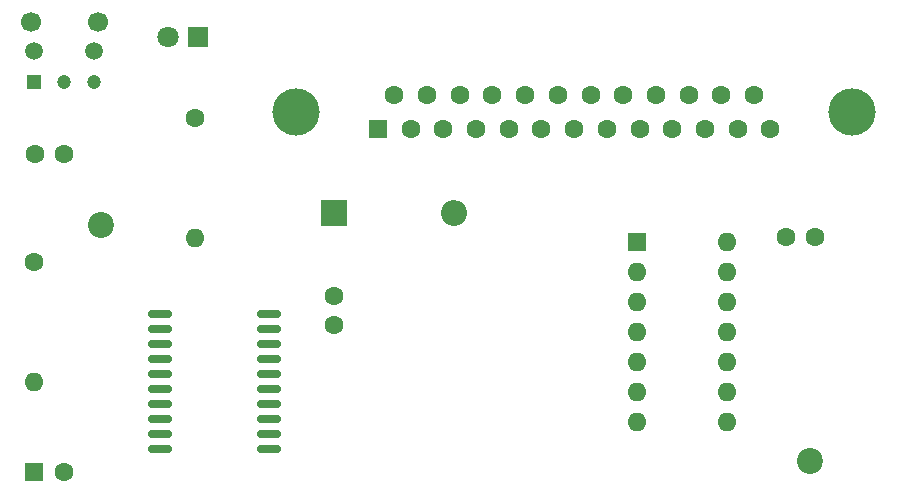
<source format=gbr>
%TF.GenerationSoftware,KiCad,Pcbnew,7.0.10*%
%TF.CreationDate,2024-02-17T01:46:53-05:00*%
%TF.ProjectId,rbus-adat,72627573-2d61-4646-9174-2e6b69636164,0*%
%TF.SameCoordinates,Original*%
%TF.FileFunction,Soldermask,Top*%
%TF.FilePolarity,Negative*%
%FSLAX46Y46*%
G04 Gerber Fmt 4.6, Leading zero omitted, Abs format (unit mm)*
G04 Created by KiCad (PCBNEW 7.0.10) date 2024-02-17 01:46:53*
%MOMM*%
%LPD*%
G01*
G04 APERTURE LIST*
G04 Aperture macros list*
%AMRoundRect*
0 Rectangle with rounded corners*
0 $1 Rounding radius*
0 $2 $3 $4 $5 $6 $7 $8 $9 X,Y pos of 4 corners*
0 Add a 4 corners polygon primitive as box body*
4,1,4,$2,$3,$4,$5,$6,$7,$8,$9,$2,$3,0*
0 Add four circle primitives for the rounded corners*
1,1,$1+$1,$2,$3*
1,1,$1+$1,$4,$5*
1,1,$1+$1,$6,$7*
1,1,$1+$1,$8,$9*
0 Add four rect primitives between the rounded corners*
20,1,$1+$1,$2,$3,$4,$5,0*
20,1,$1+$1,$4,$5,$6,$7,0*
20,1,$1+$1,$6,$7,$8,$9,0*
20,1,$1+$1,$8,$9,$2,$3,0*%
G04 Aperture macros list end*
%ADD10R,1.800000X1.800000*%
%ADD11C,1.800000*%
%ADD12C,1.600000*%
%ADD13O,1.600000X1.600000*%
%ADD14RoundRect,0.150000X-0.850000X-0.150000X0.850000X-0.150000X0.850000X0.150000X-0.850000X0.150000X0*%
%ADD15C,4.000000*%
%ADD16R,1.600000X1.600000*%
%ADD17C,2.200000*%
%ADD18R,2.200000X2.200000*%
%ADD19O,2.200000X2.200000*%
%ADD20C,1.500000*%
%ADD21C,1.700000*%
%ADD22R,1.200000X1.200000*%
%ADD23C,1.200000*%
G04 APERTURE END LIST*
D10*
%TO.C,D2*%
X100250000Y-52100000D03*
D11*
X97710000Y-52100000D03*
%TD*%
D12*
%TO.C,C3*%
X111760000Y-74000000D03*
X111760000Y-76500000D03*
%TD*%
%TO.C,R2*%
X100000000Y-58920000D03*
D13*
X100000000Y-69080000D03*
%TD*%
D14*
%TO.C,U2*%
X96975000Y-75565000D03*
X96975000Y-76835000D03*
X96975000Y-78105000D03*
X96975000Y-79375000D03*
X96975000Y-80645000D03*
X96975000Y-81915000D03*
X96975000Y-83185000D03*
X96975000Y-84455000D03*
X96975000Y-85725000D03*
X96975000Y-86995000D03*
X106225000Y-86995000D03*
X106225000Y-85725000D03*
X106225000Y-84455000D03*
X106225000Y-83185000D03*
X106225000Y-81915000D03*
X106225000Y-80645000D03*
X106225000Y-79375000D03*
X106225000Y-78105000D03*
X106225000Y-76835000D03*
X106225000Y-75565000D03*
%TD*%
D12*
%TO.C,R1*%
X86360000Y-71120000D03*
D13*
X86360000Y-81280000D03*
%TD*%
D15*
%TO.C,J1*%
X155625000Y-58420000D03*
X108525000Y-58420000D03*
D16*
X115455000Y-59840000D03*
D12*
X118225000Y-59840000D03*
X120995000Y-59840000D03*
X123765000Y-59840000D03*
X126535000Y-59840000D03*
X129305000Y-59840000D03*
X132075000Y-59840000D03*
X134845000Y-59840000D03*
X137615000Y-59840000D03*
X140385000Y-59840000D03*
X143155000Y-59840000D03*
X145925000Y-59840000D03*
X148695000Y-59840000D03*
X116840000Y-57000000D03*
X119610000Y-57000000D03*
X122380000Y-57000000D03*
X125150000Y-57000000D03*
X127920000Y-57000000D03*
X130690000Y-57000000D03*
X133460000Y-57000000D03*
X136230000Y-57000000D03*
X139000000Y-57000000D03*
X141770000Y-57000000D03*
X144540000Y-57000000D03*
X147310000Y-57000000D03*
%TD*%
D16*
%TO.C,U1*%
X137380000Y-69460000D03*
D13*
X137380000Y-72000000D03*
X137380000Y-74540000D03*
X137380000Y-77080000D03*
X137380000Y-79620000D03*
X137380000Y-82160000D03*
X137380000Y-84700000D03*
X145000000Y-84700000D03*
X145000000Y-82160000D03*
X145000000Y-79620000D03*
X145000000Y-77080000D03*
X145000000Y-74540000D03*
X145000000Y-72000000D03*
X145000000Y-69460000D03*
%TD*%
D17*
%TO.C,REF\u002A\u002A*%
X92000000Y-68000000D03*
%TD*%
D16*
%TO.C,C1*%
X86360000Y-88900000D03*
D12*
X88860000Y-88900000D03*
%TD*%
%TO.C,C4*%
X88900000Y-62000000D03*
X86400000Y-62000000D03*
%TD*%
D18*
%TO.C,D1*%
X111760000Y-67000000D03*
D19*
X121920000Y-67000000D03*
%TD*%
D20*
%TO.C,CN1*%
X86380000Y-53300000D03*
X91460000Y-53300000D03*
D21*
X86120000Y-50800000D03*
X91720000Y-50800000D03*
D22*
X86380000Y-55900000D03*
D23*
X88920000Y-55900000D03*
X91460000Y-55900000D03*
%TD*%
D12*
%TO.C,C2*%
X150000000Y-69000000D03*
X152500000Y-69000000D03*
%TD*%
D17*
%TO.C,REF\u002A\u002A*%
X152000000Y-88000000D03*
%TD*%
M02*

</source>
